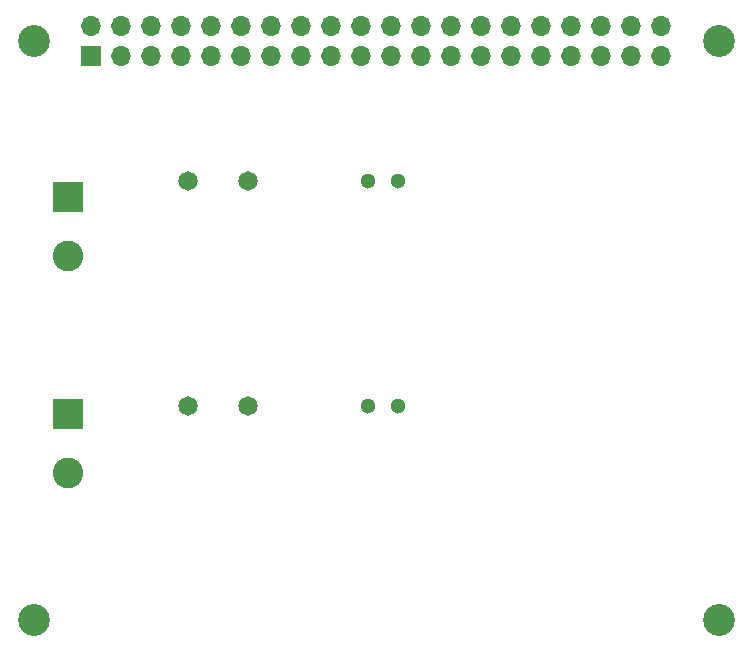
<source format=gbs>
G04 #@! TF.GenerationSoftware,KiCad,Pcbnew,7.0.1-0*
G04 #@! TF.CreationDate,2023-12-28T22:42:41+01:00*
G04 #@! TF.ProjectId,SSR-Shiled-v1,5353522d-5368-4696-9c65-642d76312e6b,rev?*
G04 #@! TF.SameCoordinates,Original*
G04 #@! TF.FileFunction,Soldermask,Bot*
G04 #@! TF.FilePolarity,Negative*
%FSLAX46Y46*%
G04 Gerber Fmt 4.6, Leading zero omitted, Abs format (unit mm)*
G04 Created by KiCad (PCBNEW 7.0.1-0) date 2023-12-28 22:42:41*
%MOMM*%
%LPD*%
G01*
G04 APERTURE LIST*
%ADD10R,1.700000X1.700000*%
%ADD11O,1.700000X1.700000*%
%ADD12R,2.600000X2.600000*%
%ADD13C,2.600000*%
%ADD14C,1.300000*%
%ADD15C,1.650000*%
%ADD16C,2.700000*%
G04 APERTURE END LIST*
D10*
X108370000Y-48770000D03*
D11*
X108370000Y-46230000D03*
X110910000Y-48770000D03*
X110910000Y-46230000D03*
X113450000Y-48770000D03*
X113450000Y-46230000D03*
X115990000Y-48770000D03*
X115990000Y-46230000D03*
X118530000Y-48770000D03*
X118530000Y-46230000D03*
X121070000Y-48770000D03*
X121070000Y-46230000D03*
X123610000Y-48770000D03*
X123610000Y-46230000D03*
X126150000Y-48770000D03*
X126150000Y-46230000D03*
X128690000Y-48770000D03*
X128690000Y-46230000D03*
X131230000Y-48770000D03*
X131230000Y-46230000D03*
X133770000Y-48770000D03*
X133770000Y-46230000D03*
X136310000Y-48770000D03*
X136310000Y-46230000D03*
X138850000Y-48770000D03*
X138850000Y-46230000D03*
X141390000Y-48770000D03*
X141390000Y-46230000D03*
X143930000Y-48770000D03*
X143930000Y-46230000D03*
X146470000Y-48770000D03*
X146470000Y-46230000D03*
X149010000Y-48770000D03*
X149010000Y-46230000D03*
X151550000Y-48770000D03*
X151550000Y-46230000D03*
X154090000Y-48770000D03*
X154090000Y-46230000D03*
X156630000Y-48770000D03*
X156630000Y-46230000D03*
D12*
X106350000Y-79092500D03*
D13*
X106350000Y-84092500D03*
D12*
X106350000Y-60710000D03*
D13*
X106350000Y-65710000D03*
D14*
X134290000Y-78410000D03*
X131750000Y-78410000D03*
D15*
X121590000Y-78410000D03*
X116510000Y-78410000D03*
D14*
X134290000Y-59360000D03*
X131750000Y-59360000D03*
D15*
X121590000Y-59360000D03*
X116510000Y-59360000D03*
D16*
X161500000Y-47500000D03*
X103500000Y-96500000D03*
X103500000Y-47500000D03*
X161500000Y-96500000D03*
M02*

</source>
